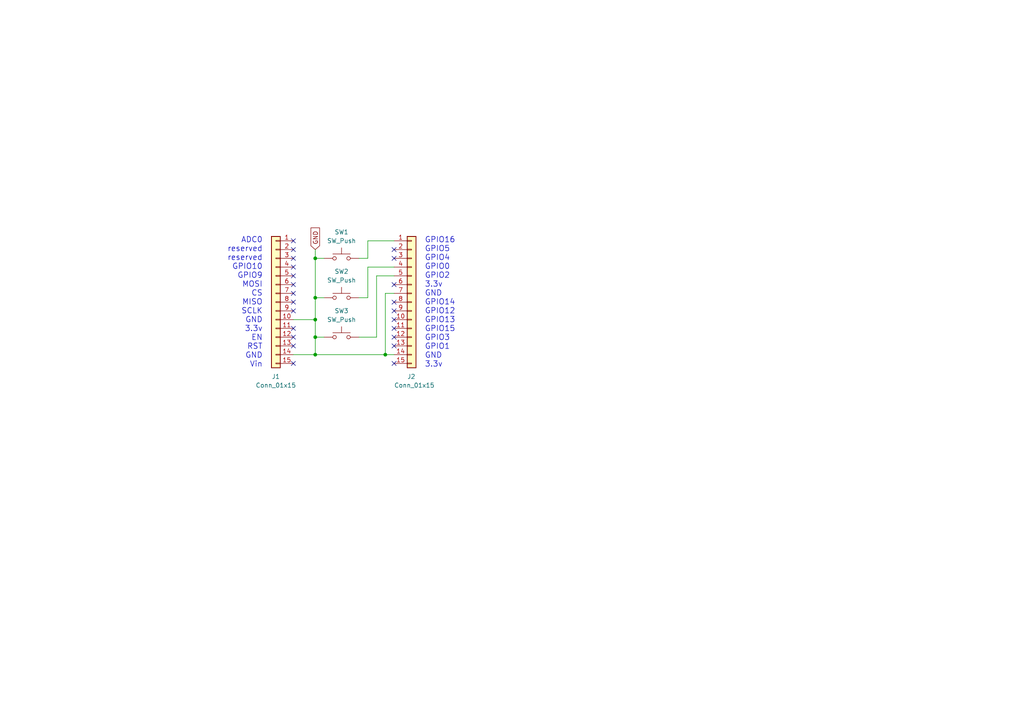
<source format=kicad_sch>
(kicad_sch (version 20211123) (generator eeschema)
  (paper "A4")
  (title_block (title "Smart button") (date "2022-04-04") (company "Martijn Casteel"))
  (lib_symbols
    (symbol "Connector_Generic:Conn_01x15" (pin_names (offset 1.016) hide)
      (property "Reference" "J" (at 0 20.32 0))
      (property "Value" "Conn_01x15" (at 0 -20.32 0))
      (symbol "Conn_01x15_1_1"
        (rectangle (start -1.27 -17.653) (end 0 -17.907) (stroke (width 0.1524)))
        (rectangle (start -1.27 -15.113) (end 0 -15.367) (stroke (width 0.1524)))
        (rectangle (start -1.27 -12.573) (end 0 -12.827) (stroke (width 0.1524)))
        (rectangle (start -1.27 -10.033) (end 0 -10.287) (stroke (width 0.1524)))
        (rectangle (start -1.27 -7.493) (end 0 -7.747) (stroke (width 0.1524)))
        (rectangle (start -1.27 -4.953) (end 0 -5.207) (stroke (width 0.1524)))
        (rectangle (start -1.27 -2.413) (end 0 -2.667) (stroke (width 0.1524)))
        (rectangle (start -1.27 0.127) (end 0 -0.127) (stroke (width 0.1524)))
        (rectangle (start -1.27 2.667) (end 0 2.413) (stroke (width 0.1524)))
        (rectangle (start -1.27 5.207) (end 0 4.953) (stroke (width 0.1524)))
        (rectangle (start -1.27 7.747) (end 0 7.493) (stroke (width 0.1524)))
        (rectangle (start -1.27 10.287) (end 0 10.033) (stroke (width 0.1524)))
        (rectangle (start -1.27 12.827) (end 0 12.573) (stroke (width 0.1524)))
        (rectangle (start -1.27 15.367) (end 0 15.113) (stroke (width 0.1524)))
        (rectangle (start -1.27 17.907) (end 0 17.653) (stroke (width 0.1524)))
        (rectangle (start -1.27 19.05) (end 1.27 -19.05) (stroke (width 0.254)) (fill (type background)))
        (pin passive line (at -5.08 17.78 0) (length 3.81) (name "Pin_1") (number "1"))
        (pin passive line (at -5.08 -5.08 0) (length 3.81) (name "Pin_10") (number "10"))
        (pin passive line (at -5.08 -7.62 0) (length 3.81) (name "Pin_11") (number "11"))
        (pin passive line (at -5.08 -10.16 0) (length 3.81) (name "Pin_12") (number "12"))
        (pin passive line (at -5.08 -12.7 0) (length 3.81) (name "Pin_13") (number "13"))
        (pin passive line (at -5.08 -15.24 0) (length 3.81) (name "Pin_14") (number "14"))
        (pin passive line (at -5.08 -17.78 0) (length 3.81) (name "Pin_15") (number "15"))
        (pin passive line (at -5.08 15.24 0) (length 3.81) (name "Pin_2") (number "2"))
        (pin passive line (at -5.08 12.7 0) (length 3.81) (name "Pin_3") (number "3"))
        (pin passive line (at -5.08 10.16 0) (length 3.81) (name "Pin_4") (number "4"))
        (pin passive line (at -5.08 7.62 0) (length 3.81) (name "Pin_5") (number "5"))
        (pin passive line (at -5.08 5.08 0) (length 3.81) (name "Pin_6") (number "6"))
        (pin passive line (at -5.08 2.54 0) (length 3.81) (name "Pin_7") (number "7"))
        (pin passive line (at -5.08 0 0) (length 3.81) (name "Pin_8") (number "8"))
        (pin passive line (at -5.08 -2.54 0) (length 3.81) (name "Pin_9") (number "9"))
      )
    )
    (symbol "Switch:SW_Push" (pin_numbers hide) (pin_names (offset 1.016) hide)
      (property "Reference" "SW" (at 1.27 2.54 0))
      (property "Value" "SW_Push" (at 0 -1.524 0))
      (symbol "SW_Push_0_1"
        (circle (center -2.032 0) (radius 0.508))
        (polyline (pts (xy 0 1.27) (xy 0 3.048)))
        (polyline (pts (xy 2.54 1.27) (xy -2.54 1.27)))
        (circle (center 2.032 0) (radius 0.508))
        (pin passive line (at -5.08 0 0) (length 2.54) (name "1") (number "1"))
        (pin passive line (at 5.08 0 180) (length 2.54) (name "2") (number "2"))
      )
    )
  )
  (junction (at 111.76 102.87))
  (junction (at 91.44 92.71))
  (junction (at 91.44 97.79))
  (junction (at 91.44 74.93))
  (junction (at 91.44 102.87))
  (junction (at 91.44 86.36))
  (no_connect (at 85.09 77.47))
  (no_connect (at 85.09 80.01))
  (no_connect (at 85.09 72.39))
  (no_connect (at 85.09 69.85))
  (no_connect (at 85.09 74.93))
  (no_connect (at 114.3 92.71))
  (no_connect (at 114.3 82.55))
  (no_connect (at 114.3 95.25))
  (no_connect (at 114.3 87.63))
  (no_connect (at 114.3 90.17))
  (no_connect (at 114.3 105.41))
  (no_connect (at 114.3 72.39))
  (no_connect (at 85.09 87.63))
  (no_connect (at 85.09 95.25))
  (no_connect (at 85.09 90.17))
  (no_connect (at 85.09 82.55))
  (no_connect (at 85.09 85.09))
  (no_connect (at 85.09 100.33))
  (no_connect (at 85.09 97.79))
  (no_connect (at 85.09 105.41))
  (no_connect (at 114.3 97.79))
  (no_connect (at 114.3 74.93))
  (no_connect (at 114.3 100.33))
  (wire (pts (xy 106.68 74.93) (xy 104.14 74.93)))
  (wire (pts (xy 85.09 102.87) (xy 91.44 102.87)))
  (wire (pts (xy 109.22 80.01) (xy 109.22 97.79)))
  (wire (pts (xy 91.44 97.79) (xy 91.44 102.87)))
  (wire (pts (xy 109.22 80.01) (xy 114.3 80.01)))
  (wire (pts (xy 91.44 86.36) (xy 91.44 74.93)))
  (wire (pts (xy 91.44 86.36) (xy 91.44 92.71)))
  (wire (pts (xy 114.3 85.09) (xy 111.76 85.09)))
  (wire (pts (xy 91.44 72.39) (xy 91.44 74.93)))
  (wire (pts (xy 106.68 77.47) (xy 114.3 77.47)))
  (wire (pts (xy 91.44 92.71) (xy 91.44 97.79)))
  (wire (pts (xy 91.44 86.36) (xy 93.98 86.36)))
  (wire (pts (xy 111.76 85.09) (xy 111.76 102.87)))
  (wire (pts (xy 91.44 74.93) (xy 93.98 74.93)))
  (wire (pts (xy 106.68 86.36) (xy 106.68 77.47)))
  (wire (pts (xy 104.14 86.36) (xy 106.68 86.36)))
  (wire (pts (xy 85.09 92.71) (xy 91.44 92.71)))
  (wire (pts (xy 111.76 102.87) (xy 114.3 102.87)))
  (wire (pts (xy 91.44 97.79) (xy 93.98 97.79)))
  (wire (pts (xy 106.68 69.85) (xy 114.3 69.85)))
  (wire (pts (xy 109.22 97.79) (xy 104.14 97.79)))
  (wire (pts (xy 106.68 69.85) (xy 106.68 74.93)))
  (wire (pts (xy 91.44 102.87) (xy 111.76 102.87)))
  (text "ADC0\nreserved\nreserved\nGPIO10\nGPIO9\nMOSI\nCS\nMISO\nSCLK\nGND\n3.3v\nEN\nRST\nGND\nVin" (at 76.2 106.68 0) (effects (font (size 1.6 1.6)) (justify right bottom)))
  (text "GPIO16\nGPIO5\nGPIO4\nGPIO0\nGPIO2\n3.3v\nGND\nGPIO14\nGPIO12\nGPIO13\nGPIO15\nGPIO3\nGPIO1\nGND\n3.3v" (at 123.19 106.68 0) (effects (font (size 1.6 1.6)) (justify left bottom)))
  (global_label "GND" (shape input) (at 91.44 72.39 90) (property "Intersheet References" "${INTERSHEET_REFS}" (effects hide)))
  (symbol (lib_id "Switch:SW_Push") (at 99.06 74.93 0) (unit 1)
    (property "Reference" "SW1" (at 99.06 67.31 0))
    (property "Value" "SW_Push" (at 99.06 69.85 0))
    (property "Footprint" "Button_Switch_Keyboard:SW_Cherry_MX_1.00u_PCB" (effects hide))
  )
  (symbol (lib_id "Connector_Generic:Conn_01x15") (at 80.01 87.63 0) (mirror y) (unit 1)
    (property "Reference" "J1" (at 80.01 109.22 0))
    (property "Value" "Conn_01x15" (at 80.01 111.76 0))
    (property "Footprint" "Connector_PinHeader_2.54mm:PinHeader_1x15_P2.54mm_Vertical" (effects hide))
  )
  (symbol (lib_id "Switch:SW_Push") (at 99.06 97.79 0) (unit 1)
    (property "Reference" "SW3" (at 99.06 90.17 0))
    (property "Value" "SW_Push" (at 99.06 92.71 0))
    (property "Footprint" "Button_Switch_Keyboard:SW_Cherry_MX_1.00u_PCB" (effects hide))
  )
  (symbol (lib_id "Connector_Generic:Conn_01x15") (at 119.38 87.63 0) (unit 1)
    (property "Reference" "J2" (at 118.11 109.22 0) (effects (justify left)))
    (property "Value" "Conn_01x15" (at 114.3 111.76 0) (effects (justify left)))
    (property "Footprint" "Connector_PinHeader_2.54mm:PinHeader_1x15_P2.54mm_Vertical" (effects hide))
  )
  (symbol (lib_id "Switch:SW_Push") (at 99.06 86.36 0) (unit 1)
    (property "Reference" "SW2" (at 99.06 78.74 0))
    (property "Value" "SW_Push" (at 99.06 81.28 0))
    (property "Footprint" "Button_Switch_Keyboard:SW_Cherry_MX_1.00u_PCB" (effects hide))
  )
)
</source>
